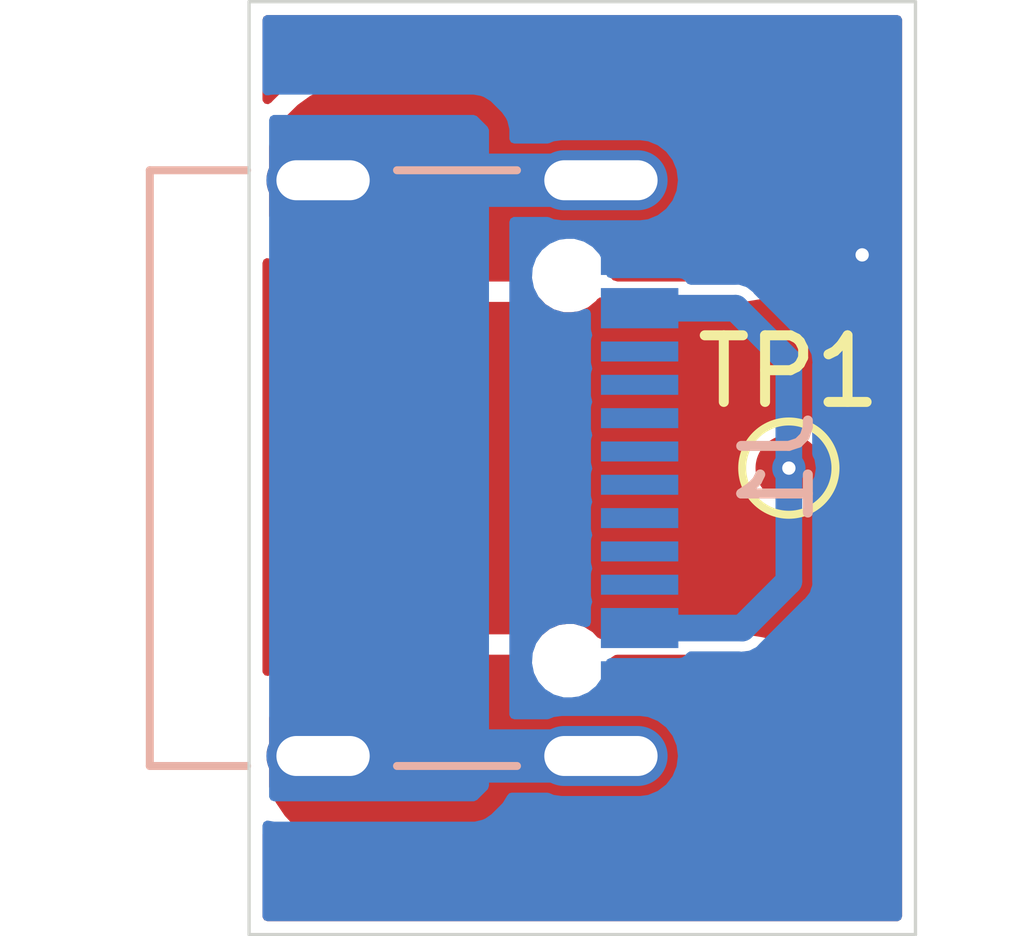
<source format=kicad_pcb>
(kicad_pcb (version 20241229) (generator "pcbnew") (generator_version "9.0")
  (title_block (date "2022-07-17"))
  (layers (0 "F.Cu" signal) (4 "In1.Cu" signal) (6 "In2.Cu" signal) (8 "In3.Cu" signal) (10 "In4.Cu" signal) (2 "B.Cu" signal) (13 "F.Paste" user) (15 "B.Paste" user) (5 "F.SilkS" user "F.Silkscreen") (7 "B.SilkS" user "B.Silkscreen") (1 "F.Mask" user) (3 "B.Mask" user) (25 "Edge.Cuts" user))
  (net 0 "")
  (net 1 "GND")
  (net 2 "VBUS")
  (net 11 "/SHIELD")
  (footprint "TestPoint:TestPoint_Pad_D1.0mm" (layer "F.Cu") (at 58.1 151)
    (property "Reference" "TP1" (at 0 -1.448 0) (layer "F.SilkS"))
    (property "Value" "TestPoint")
    (fp_circle (center 0 0) (end 0 0.7) (stroke (width 0.12)) (fill no) (layer "F.SilkS"))
    (pad "1" smd circle (at 0 0) (size 1 1) (layers "F.Cu" "F.Mask") (net 2 "VBUS"))
  )
  (footprint "Connector_USB:USB_C_Receptacle_Palconn_UTC16-G" (layer "B.Cu") (at 53.35 151 90)
    (property "Reference" "J1" (at 0 4.58 270) (layer "B.SilkS") (effects (justify mirror)))
    (property "Value" "usb-c")
    (fp_line (start 4.47 -4.84) (end -4.47 -4.84) (stroke (width 0.12)) (layer "B.SilkS"))
    (fp_line (start 4.47 -4.84) (end 4.47 -3.38) (stroke (width 0.12)) (layer "B.SilkS"))
    (fp_line (start -4.47 -4.84) (end -4.47 -3.38) (stroke (width 0.12)) (layer "B.SilkS"))
    (fp_line (start 4.47 0.67) (end 4.47 -1.13) (stroke (width 0.12)) (layer "B.SilkS"))
    (fp_line (start -4.47 0.67) (end -4.47 -1.13) (stroke (width 0.12)) (layer "B.SilkS"))
    (pad "" np_thru_hole circle (at -2.89 1.45 270) (size 0.6 0.6) (drill 0.6) (layers "*.Cu" "*.Mask"))
    (pad "" np_thru_hole circle (at 2.89 1.45 270) (size 0.6 0.6) (drill 0.6) (layers "*.Cu" "*.Mask"))
    (pad "A1" smd rect (at -3.2 2.51 90) (size 0.6 1.16) (layers "B.Cu" "B.Mask" "B.Paste") (net 1 "GND"))
    (pad "A4" smd rect (at -2.4 2.51 90) (size 0.6 1.16) (layers "B.Cu" "B.Mask" "B.Paste") (net 2 "VBUS"))
    (pad "A5" smd rect (at -1.25 2.51 270) (size 0.3 1.16) (layers "B.Cu" "B.Mask" "B.Paste"))
    (pad "A6" smd rect (at -0.25 2.51 270) (size 0.3 1.16) (layers "B.Cu" "B.Mask" "B.Paste"))
    (pad "A7" smd rect (at 0.25 2.51 270) (size 0.3 1.16) (layers "B.Cu" "B.Mask" "B.Paste"))
    (pad "A8" smd rect (at 1.25 2.51 270) (size 0.3 1.16) (layers "B.Cu" "B.Mask" "B.Paste"))
    (pad "A9" smd rect (at 2.4 2.51 90) (size 0.6 1.16) (layers "B.Cu" "B.Mask" "B.Paste") (net 2 "VBUS"))
    (pad "A12" smd rect (at 3.2 2.51 90) (size 0.6 1.16) (layers "B.Cu" "B.Mask" "B.Paste") (net 1 "GND"))
    (pad "B1" smd rect (at 3.2 2.51 90) (size 0.6 1.16) (layers "B.Cu" "B.Mask" "B.Paste") (net 1 "GND"))
    (pad "B4" smd rect (at 2.4 2.51 90) (size 0.6 1.16) (layers "B.Cu" "B.Mask" "B.Paste") (net 2 "VBUS"))
    (pad "B5" smd rect (at 1.75 2.51 270) (size 0.3 1.16) (layers "B.Cu" "B.Mask" "B.Paste"))
    (pad "B6" smd rect (at 0.75 2.51 270) (size 0.3 1.16) (layers "B.Cu" "B.Mask" "B.Paste"))
    (pad "B7" smd rect (at -0.75 2.51 270) (size 0.3 1.16) (layers "B.Cu" "B.Mask" "B.Paste"))
    (pad "B8" smd rect (at -1.75 2.51 270) (size 0.3 1.16) (layers "B.Cu" "B.Mask" "B.Paste"))
    (pad "B9" smd rect (at -2.4 2.51 90) (size 0.6 1.16) (layers "B.Cu" "B.Mask" "B.Paste") (net 2 "VBUS"))
    (pad "B12" smd rect (at -3.2 2.51 90) (size 0.6 1.16) (layers "B.Cu" "B.Mask" "B.Paste") (net 1 "GND"))
    (pad "S1" thru_hole oval (at -4.32 -2.24) (size 1.7 0.9) (drill oval 1.4 0.6) (layers "*.Cu" "*.Mask") (net 11 "/SHIELD"))
    (pad "S1" thru_hole oval (at -4.32 1.93) (size 2 0.9) (drill oval 1.7 0.6) (layers "*.Cu" "*.Mask") (net 11 "/SHIELD"))
    (pad "S1" thru_hole oval (at 4.32 -2.24) (size 1.7 0.9) (drill oval 1.4 0.6) (layers "*.Cu" "*.Mask") (net 11 "/SHIELD"))
    (pad "S1" thru_hole oval (at 4.32 1.93) (size 2 0.9) (drill oval 1.7 0.6) (layers "*.Cu" "*.Mask") (net 11 "/SHIELD"))
  )
  (gr_line (start 50 158) (end 50 144) (stroke (width 0.05)) (layer "Edge.Cuts"))
  (gr_line (start 50 144) (end 60 144) (stroke (width 0.05)) (layer "Edge.Cuts"))
  (gr_line (start 60 158) (end 50 158) (stroke (width 0.05)) (layer "Edge.Cuts"))
  (gr_line (start 60 144) (end 60 158) (stroke (width 0.05)) (layer "Edge.Cuts"))
  (via (at 59.2 147.8) (size 0.5) (drill 0.2) (layers "F.Cu" "B.Cu") (net 1))
  (segment (start 58.3 147.8) (end 59.2 147.8) (width 0.5) (layer "B.Cu") (net 1))
  (segment (start 58.3 147.8) (end 55.86 147.8) (width 0.5) (layer "B.Cu") (net 1))
  (via (at 58.1 151) (size 0.5) (drill 0.2) (layers "F.Cu" "B.Cu") (net 2))
  (segment (start 58.1 151) (end 58.1 152.7) (width 0.4) (layer "B.Cu") (net 2))
  (segment (start 58.1 152.7) (end 57.4 153.4) (width 0.4) (layer "B.Cu") (net 2))
  (segment (start 58.1 151) (end 58.1 149.4) (width 0.4) (layer "B.Cu") (net 2))
  (segment (start 57.4 153.4) (end 55.86 153.4) (width 0.4) (layer "B.Cu") (net 2))
  (segment (start 57.3 148.6) (end 55.86 148.6) (width 0.4) (layer "B.Cu") (net 2))
  (segment (start 58.1 149.4) (end 57.3 148.6) (width 0.4) (layer "B.Cu") (net 2))
  (segment (start 55.28 155.32) (end 52.3 155.32) (width 0.8) (layer "B.Cu") (net 11))
  (segment (start 52.3 155.32) (end 52.3 146.68) (width 1) (layer "B.Cu") (net 11))
  (segment (start 52.3 146.68) (end 52.2 146.58) (width 1) (layer "B.Cu") (net 11))
  (segment (start 52.3 146.68) (end 55.28 146.68) (width 0.8) (layer "B.Cu") (net 11))
  (zone (net 11) (net_name "/SHIELD") (layer "F.Cu") (priority 1) (connect_pads yes (clearance 0.3)) (min_thickness 0.254) (fill yes (thermal_gap 0.508) (thermal_bridge_width 0.508))
    (polygon (pts (arc (start 58.8 155.3) (mid 58.360655 156.360655) (end 57.3 156.8)) (arc (start 51.7 156.8) (mid 50.618629 156.31066) (end 50.2 155.2)) (arc (start 50.2 155.2) (mid 50.660051 154.18934) (end 51.7 153.8)) (arc (start 57.3 153.8) (mid 58.360652 154.239347) (end 58.8 155.3))))
  )
  (zone (net 11) (net_name "/SHIELD") (layer "F.Cu") (priority 1) (connect_pads yes (clearance 0.3)) (min_thickness 0.254) (fill yes (thermal_gap 0.508) (thermal_bridge_width 0.508))
    (polygon (pts (arc (start 58.8 146.68) (mid 58.356518 145.62934) (end 57.3 145.2)) (arc (start 51.7 145.2) (mid 50.643482 145.62934) (end 50.2 146.68)) (arc (start 50.2 146.68) (mid 50.635198 147.75066) (end 51.7 148.2)) (arc (start 57.3 148.2) (mid 58.364802 147.75066) (end 58.8 146.68))))
  )
  (zone (net 1) (net_name "GND") (layers "F.Cu" "B.Cu" "In1.Cu" "In2.Cu" "In3.Cu" "In4.Cu") (connect_pads yes (clearance 0.15)) (min_thickness 0.15) (fill yes (thermal_gap 0.508) (thermal_bridge_width 0.508))
    (polygon (pts (xy 60 158) (xy 60 144) (xy 50 144) (xy 50 158)))
  )
  (zone (net 11) (net_name "/SHIELD") (layer "B.Cu") (name "shield") (priority 1) (connect_pads yes (clearance 0.3)) (min_thickness 0.15) (fill yes (thermal_gap 0.508) (thermal_bridge_width 0.508) (smoothing chamfer) (radius 0.2))
    (polygon (pts (xy 53.6 145.7) (xy 53.6 156) (xy 49.8 156) (xy 49.8 145.7)))
  )
)
</source>
